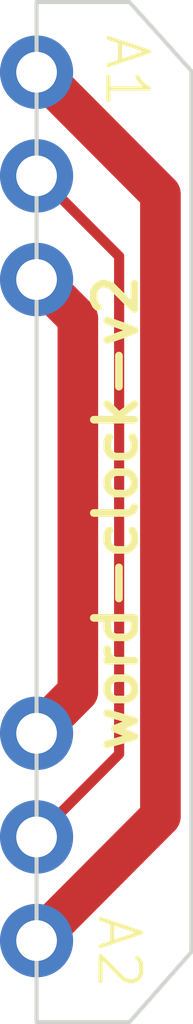
<source format=kicad_pcb>
(kicad_pcb (version 20221018) (generator pcbnew)
  (layers (0 "F.Cu" signal) (31 "B.Cu" signal) (34 "B.Paste" user) (35 "F.Paste" user) (36 "B.SilkS" user "B.Silkscreen") (37 "F.SilkS" user "F.Silkscreen") (38 "B.Mask" user) (39 "F.Mask" user) (44 "Edge.Cuts" user))
  (net 0 "")
  (net 1 "Net-(A1-GND)")
  (net 2 "Net-(A1-DATA)")
  (net 3 "Net-(A1-5V)")
  (footprint "wordclock_pcb_jumper:BTFLED-STRIP" (layer "F.Cu") (at 129.54 78.46 180)
    (fp_text reference "A2" (at -2.032 -2.82 270 unlocked) (layer "F.SilkS") (effects (font (thickness 0.1))))
    (fp_text value "led_strip_out" hide)
    (pad "1" thru_hole circle (at 0 -2.54 180) (size 1.8 1.8) (drill 1) (layers "*.Cu" "*.Mask") (net 1 "Net-(A1-GND)"))
    (pad "2" thru_hole circle (at 0 0 180) (size 1.8 1.8) (drill 1) (layers "*.Cu" "*.Mask") (net 2 "Net-(A1-DATA)"))
    (pad "3" thru_hole circle (at 0 2.54 180) (size 1.8 1.8) (drill 1) (layers "*.Cu" "*.Mask") (net 3 "Net-(A1-5V)"))
  )
  (footprint "wordclock_pcb_jumper:BTFLED-STRIP" (layer "F.Cu") (at 129.54 62.26)
    (fp_text reference "A1" (at 2.226 -2.57 -90 unlocked) (layer "F.SilkS") (effects (font (thickness 0.1))))
    (fp_text value "led_strip_in" hide)
    (pad "1" thru_hole circle (at 0 -2.54) (size 1.8 1.8) (drill 1) (layers "*.Cu" "*.Mask") (net 1 "Net-(A1-GND)"))
    (pad "2" thru_hole circle (at 0 0) (size 1.8 1.8) (drill 1) (layers "*.Cu" "*.Mask") (net 2 "Net-(A1-DATA)"))
    (pad "3" thru_hole circle (at 0 2.54) (size 1.8 1.8) (drill 1) (layers "*.Cu" "*.Mask") (net 3 "Net-(A1-5V)"))
  )
  (gr_line (start 129.54 58) (end 131.826 58) (stroke (width 0.1)) (layer "Edge.Cuts"))
  (gr_line (start 129.54 83) (end 129.54 58) (stroke (width 0.1)) (layer "Edge.Cuts"))
  (gr_line (start 131.826 58) (end 133.35 59.69) (stroke (width 0.1)) (layer "Edge.Cuts"))
  (gr_line (start 133.35 59.69) (end 133.35 81.28) (stroke (width 0.1)) (layer "Edge.Cuts"))
  (gr_line (start 131.826 83) (end 129.54 83) (stroke (width 0.1)) (layer "Edge.Cuts"))
  (gr_line (start 131.826 83) (end 133.35 81.28) (stroke (width 0.1)) (layer "Edge.Cuts"))
  (gr_text "word-clock-v2" (at 132.08 76.454 90) (layer "F.SilkS") (effects (font (size 1 1) (thickness 0.1875)) (justify left bottom)))
  (segment (start 132.588 77.952) (end 129.54 81) (width 1) (layer "F.Cu") (net 1))
  (segment (start 132.588 62.708) (end 132.588 77.952) (width 1) (layer "F.Cu") (net 1))
  (segment (start 129.6 59.72) (end 132.588 62.708) (width 1) (layer "F.Cu") (net 1))
  (segment (start 131.572 64.232) (end 131.572 76.428) (width 0.25) (layer "F.Cu") (net 2))
  (segment (start 131.572 76.428) (end 129.54 78.46) (width 0.25) (layer "F.Cu") (net 2))
  (segment (start 129.6 62.26) (end 131.572 64.232) (width 0.25) (layer "F.Cu") (net 2))
  (segment (start 130.556 74.904) (end 129.54 75.92) (width 1) (layer "F.Cu") (net 3))
  (segment (start 130.556 65.756) (end 130.556 74.904) (width 1) (layer "F.Cu") (net 3))
  (segment (start 129.6 64.8) (end 130.556 65.756) (width 1) (layer "F.Cu") (net 3))
)
</source>
